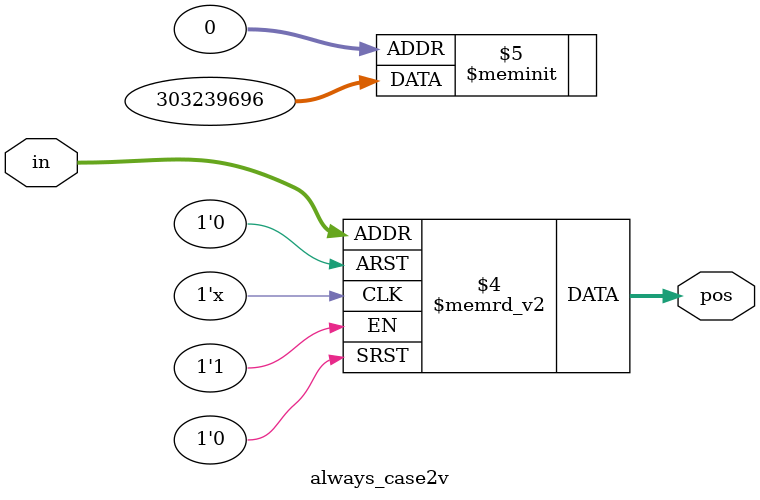
<source format=v>
module always_case2v (
                      input [3:0]      in,
                      output reg [1:0] pos  );
    always @(*) begin
        case(in)
            4'b0000 : pos = 0;
            4'b0001 : pos = 0;
            4'b0010 : pos = 1;
            4'b0011 : pos = 0;
            4'b0100 : pos = 2;
            4'b0101 : pos = 0;
            4'b0110 : pos = 1;
            4'b0111 : pos = 0;
            4'b1000 : pos = 3;
            4'b1001 : pos = 0;
            4'b1010 : pos = 1;
            4'b1011 : pos = 0;
            4'b1100 : pos = 2;
            4'b1101 : pos = 0;
            4'b1110 : pos = 1;
            4'b1111 : pos = 0;
        endcase
    end

endmodule

</source>
